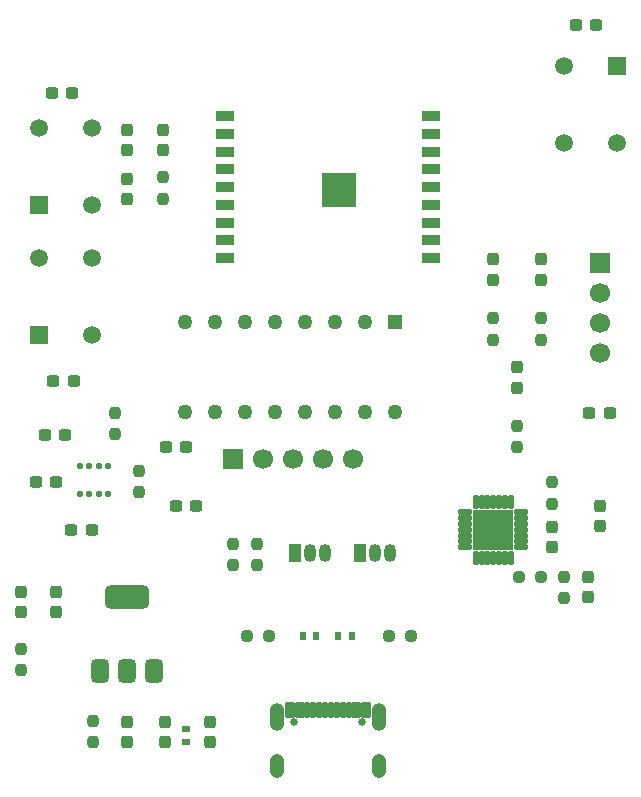
<source format=gbr>
%TF.GenerationSoftware,KiCad,Pcbnew,9.0.2*%
%TF.CreationDate,2026-02-08T22:26:42+01:00*%
%TF.ProjectId,home,686f6d65-2e6b-4696-9361-645f70636258,rev?*%
%TF.SameCoordinates,Original*%
%TF.FileFunction,Soldermask,Top*%
%TF.FilePolarity,Negative*%
%FSLAX46Y46*%
G04 Gerber Fmt 4.6, Leading zero omitted, Abs format (unit mm)*
G04 Created by KiCad (PCBNEW 9.0.2) date 2026-02-08 22:26:42*
%MOMM*%
%LPD*%
G01*
G04 APERTURE LIST*
G04 Aperture macros list*
%AMRoundRect*
0 Rectangle with rounded corners*
0 $1 Rounding radius*
0 $2 $3 $4 $5 $6 $7 $8 $9 X,Y pos of 4 corners*
0 Add a 4 corners polygon primitive as box body*
4,1,4,$2,$3,$4,$5,$6,$7,$8,$9,$2,$3,0*
0 Add four circle primitives for the rounded corners*
1,1,$1+$1,$2,$3*
1,1,$1+$1,$4,$5*
1,1,$1+$1,$6,$7*
1,1,$1+$1,$8,$9*
0 Add four rect primitives between the rounded corners*
20,1,$1+$1,$2,$3,$4,$5,0*
20,1,$1+$1,$4,$5,$6,$7,0*
20,1,$1+$1,$6,$7,$8,$9,0*
20,1,$1+$1,$8,$9,$2,$3,0*%
G04 Aperture macros list end*
%ADD10R,1.700000X1.700000*%
%ADD11C,1.700000*%
%ADD12RoundRect,0.237500X-0.237500X0.300000X-0.237500X-0.300000X0.237500X-0.300000X0.237500X0.300000X0*%
%ADD13R,1.050000X1.500000*%
%ADD14O,1.050000X1.500000*%
%ADD15RoundRect,0.237500X0.250000X0.237500X-0.250000X0.237500X-0.250000X-0.237500X0.250000X-0.237500X0*%
%ADD16RoundRect,0.237500X-0.237500X0.250000X-0.237500X-0.250000X0.237500X-0.250000X0.237500X0.250000X0*%
%ADD17RoundRect,0.237500X0.237500X-0.300000X0.237500X0.300000X-0.237500X0.300000X-0.237500X-0.300000X0*%
%ADD18R,1.270000X1.270000*%
%ADD19C,1.270000*%
%ADD20R,1.498600X1.498600*%
%ADD21C,1.498600*%
%ADD22RoundRect,0.237500X0.237500X-0.250000X0.237500X0.250000X-0.237500X0.250000X-0.237500X-0.250000X0*%
%ADD23RoundRect,0.237500X0.300000X0.237500X-0.300000X0.237500X-0.300000X-0.237500X0.300000X-0.237500X0*%
%ADD24R,0.609600X0.660400*%
%ADD25RoundRect,0.375000X0.375000X-0.625000X0.375000X0.625000X-0.375000X0.625000X-0.375000X-0.625000X0*%
%ADD26RoundRect,0.500000X1.400000X-0.500000X1.400000X0.500000X-1.400000X0.500000X-1.400000X-0.500000X0*%
%ADD27RoundRect,0.237500X0.237500X-0.287500X0.237500X0.287500X-0.237500X0.287500X-0.237500X-0.287500X0*%
%ADD28R,0.660400X0.609600*%
%ADD29RoundRect,0.237500X-0.300000X-0.237500X0.300000X-0.237500X0.300000X0.237500X-0.300000X0.237500X0*%
%ADD30RoundRect,0.125000X-0.125000X-0.137500X0.125000X-0.137500X0.125000X0.137500X-0.125000X0.137500X0*%
%ADD31C,0.650000*%
%ADD32RoundRect,0.100000X-0.300000X-0.575000X0.300000X-0.575000X0.300000X0.575000X-0.300000X0.575000X0*%
%ADD33RoundRect,0.100000X-0.150000X-0.575000X0.150000X-0.575000X0.150000X0.575000X-0.150000X0.575000X0*%
%ADD34O,1.254000X2.354000*%
%ADD35O,1.254000X2.054000*%
%ADD36RoundRect,0.102000X0.135000X-0.495000X0.135000X0.495000X-0.135000X0.495000X-0.135000X-0.495000X0*%
%ADD37RoundRect,0.102000X0.495000X-0.135000X0.495000X0.135000X-0.495000X0.135000X-0.495000X-0.135000X0*%
%ADD38RoundRect,0.102000X1.625000X-1.625000X1.625000X1.625000X-1.625000X1.625000X-1.625000X-1.625000X0*%
%ADD39R,1.500000X0.900000*%
%ADD40C,0.600000*%
%ADD41R,2.900000X2.900000*%
G04 APERTURE END LIST*
D10*
%TO.C,J3*%
X233000000Y-114380000D03*
D11*
X233000000Y-116920000D03*
X233000000Y-119460000D03*
X233000000Y-122000000D03*
%TD*%
D12*
%TO.C,C5*%
X193000000Y-107275000D03*
X193000000Y-109000000D03*
%TD*%
D13*
%TO.C,Q2*%
X212730000Y-139000000D03*
D14*
X214000000Y-139000000D03*
X215270000Y-139000000D03*
%TD*%
D15*
%TO.C,R6*%
X217000000Y-146000000D03*
X215175000Y-146000000D03*
%TD*%
D12*
%TO.C,C4*%
X196000000Y-103137500D03*
X196000000Y-104862500D03*
%TD*%
D16*
%TO.C,R9*%
X226000000Y-128212500D03*
X226000000Y-130037500D03*
%TD*%
D17*
%TO.C,C14*%
X229000000Y-138500000D03*
X229000000Y-136775000D03*
%TD*%
D18*
%TO.C,U3*%
X215700000Y-119380000D03*
D19*
X213160000Y-119380000D03*
X210620000Y-119380000D03*
X208080000Y-119380000D03*
X205540000Y-119380000D03*
X203000000Y-119380000D03*
X200460000Y-119380000D03*
X197920000Y-119380000D03*
X197920000Y-127000000D03*
X200460000Y-127000000D03*
X203000000Y-127000000D03*
X205540000Y-127000000D03*
X208080000Y-127000000D03*
X210620000Y-127000000D03*
X213160000Y-127000000D03*
X215700000Y-127000000D03*
%TD*%
D20*
%TO.C,SW4*%
X185499999Y-109500001D03*
D21*
X185499999Y-103000000D03*
X190000000Y-109500001D03*
X190000000Y-103000000D03*
%TD*%
D22*
%TO.C,R15*%
X184000000Y-148912500D03*
X184000000Y-147087500D03*
%TD*%
D23*
%TO.C,C8*%
X198000000Y-130000000D03*
X196275000Y-130000000D03*
%TD*%
%TO.C,C10*%
X187725000Y-129000000D03*
X186000000Y-129000000D03*
%TD*%
D16*
%TO.C,R3*%
X196000000Y-107175000D03*
X196000000Y-109000000D03*
%TD*%
D12*
%TO.C,C3*%
X193000000Y-103137500D03*
X193000000Y-104862500D03*
%TD*%
D22*
%TO.C,R13*%
X192000000Y-128912500D03*
X192000000Y-127087500D03*
%TD*%
D23*
%TO.C,C7*%
X198862500Y-135000000D03*
X197137500Y-135000000D03*
%TD*%
D24*
%TO.C,CR3*%
X210857000Y-146000000D03*
X212000000Y-146000000D03*
%TD*%
D12*
%TO.C,C16*%
X196159750Y-153275000D03*
X196159750Y-155000000D03*
%TD*%
D13*
%TO.C,Q1*%
X207190000Y-139000000D03*
D14*
X208460000Y-139000000D03*
X209730000Y-139000000D03*
%TD*%
D25*
%TO.C,U5*%
X190700000Y-148997250D03*
X193000000Y-148997250D03*
D26*
X193000000Y-142697250D03*
D25*
X195300000Y-148997250D03*
%TD*%
D27*
%TO.C,D3*%
X223975000Y-115875000D03*
X223975000Y-114125000D03*
%TD*%
D16*
%TO.C,R11*%
X202000000Y-138175000D03*
X202000000Y-140000000D03*
%TD*%
%TO.C,R14*%
X194000000Y-132000000D03*
X194000000Y-133825000D03*
%TD*%
D20*
%TO.C,SW1*%
X234500001Y-97749999D03*
D21*
X234500001Y-104250000D03*
X230000000Y-97749999D03*
X230000000Y-104250000D03*
%TD*%
D16*
%TO.C,R7*%
X229000000Y-133000000D03*
X229000000Y-134825000D03*
%TD*%
D17*
%TO.C,C1*%
X233000000Y-136725000D03*
X233000000Y-135000000D03*
%TD*%
D12*
%TO.C,C17*%
X187000000Y-142275000D03*
X187000000Y-144000000D03*
%TD*%
%TO.C,C2*%
X200000000Y-153275000D03*
X200000000Y-155000000D03*
%TD*%
D16*
%TO.C,R10*%
X224000000Y-119087500D03*
X224000000Y-120912500D03*
%TD*%
D22*
%TO.C,R5*%
X230000000Y-142825000D03*
X230000000Y-141000000D03*
%TD*%
D20*
%TO.C,SW2*%
X185499999Y-120500001D03*
D21*
X185499999Y-114000000D03*
X190000000Y-120500001D03*
X190000000Y-114000000D03*
%TD*%
D23*
%TO.C,C12*%
X232725000Y-94250000D03*
X231000000Y-94250000D03*
%TD*%
D10*
%TO.C,J2*%
X201950000Y-130975000D03*
D11*
X204490000Y-130975000D03*
X207030000Y-130975000D03*
X209570000Y-130975000D03*
X212110000Y-130975000D03*
%TD*%
D27*
%TO.C,D4*%
X193000000Y-155000000D03*
X193000000Y-153250000D03*
%TD*%
D15*
%TO.C,R4*%
X228000000Y-141000000D03*
X226175000Y-141000000D03*
%TD*%
D12*
%TO.C,C6*%
X232000000Y-141000000D03*
X232000000Y-142725000D03*
%TD*%
D28*
%TO.C,CR1*%
X198000000Y-153857000D03*
X198000000Y-155000000D03*
%TD*%
D22*
%TO.C,R16*%
X190140250Y-155002750D03*
X190140250Y-153177750D03*
%TD*%
D29*
%TO.C,C15*%
X186637500Y-100000000D03*
X188362500Y-100000000D03*
%TD*%
D23*
%TO.C,C9*%
X187000000Y-133000000D03*
X185275000Y-133000000D03*
%TD*%
%TO.C,C18*%
X233862500Y-127137500D03*
X232137500Y-127137500D03*
%TD*%
D30*
%TO.C,U4*%
X189000000Y-131625000D03*
X189800000Y-131625000D03*
X190600000Y-131625000D03*
X191400000Y-131625000D03*
X191400000Y-134000000D03*
X190600000Y-134000000D03*
X189800000Y-134000000D03*
X189000000Y-134000000D03*
%TD*%
D29*
%TO.C,C13*%
X186739400Y-124400001D03*
X188464400Y-124400001D03*
%TD*%
D31*
%TO.C,J1*%
X207110000Y-153320000D03*
X212890000Y-153320000D03*
D32*
X206800000Y-152255000D03*
X207600000Y-152255000D03*
D33*
X208750000Y-152255000D03*
X209750000Y-152255000D03*
X210250000Y-152255000D03*
X211250000Y-152255000D03*
D32*
X213200000Y-152255000D03*
X212400000Y-152255000D03*
D33*
X211750000Y-152255000D03*
X210750000Y-152255000D03*
X209250000Y-152255000D03*
X208250000Y-152255000D03*
D34*
X205680000Y-152820000D03*
X214320000Y-152820000D03*
D35*
X205680000Y-157000000D03*
X214320000Y-157000000D03*
%TD*%
D36*
%TO.C,U2*%
X222500000Y-139360000D03*
X223000000Y-139360000D03*
X223500000Y-139360000D03*
X224000000Y-139360000D03*
X224500000Y-139360000D03*
X225000000Y-139360000D03*
X225500000Y-139360000D03*
D37*
X226360000Y-138500000D03*
X226360000Y-138000000D03*
X226360000Y-137500000D03*
X226360000Y-137000000D03*
X226360000Y-136500000D03*
X226360000Y-136000000D03*
X226360000Y-135500000D03*
D36*
X225500000Y-134640000D03*
X225000000Y-134640000D03*
X224500000Y-134640000D03*
X224000000Y-134640000D03*
X223500000Y-134640000D03*
X223000000Y-134640000D03*
X222500000Y-134640000D03*
D37*
X221640000Y-135500000D03*
X221640000Y-136000000D03*
X221640000Y-136500000D03*
X221640000Y-137000000D03*
X221640000Y-137500000D03*
X221640000Y-138000000D03*
X221640000Y-138500000D03*
D38*
X224000000Y-137000000D03*
%TD*%
D16*
%TO.C,R8*%
X228000000Y-119087500D03*
X228000000Y-120912500D03*
%TD*%
D24*
%TO.C,CR2*%
X209000000Y-146000000D03*
X207857000Y-146000000D03*
%TD*%
D15*
%TO.C,R2*%
X205000000Y-146000000D03*
X203175000Y-146000000D03*
%TD*%
D39*
%TO.C,U1*%
X201250000Y-102000000D03*
X201250000Y-103500000D03*
X201250000Y-105000000D03*
X201250000Y-106500000D03*
X201250000Y-108000000D03*
X201250000Y-109500000D03*
X201250000Y-111000000D03*
X201250000Y-112500000D03*
X201250000Y-114000000D03*
X218750000Y-114000000D03*
X218750000Y-112500000D03*
X218750000Y-111000000D03*
X218750000Y-109500000D03*
X218750000Y-108000000D03*
X218750000Y-106500000D03*
X218750000Y-105000000D03*
X218750000Y-103500000D03*
X218750000Y-102000000D03*
D40*
X209860000Y-107650000D03*
X209860000Y-108750000D03*
X210410000Y-107100000D03*
X210410000Y-108200000D03*
X210410000Y-109300000D03*
X210960000Y-107650000D03*
D41*
X210960000Y-108200000D03*
D40*
X210960000Y-108750000D03*
X211510000Y-107100000D03*
X211510000Y-108200000D03*
X211510000Y-109300000D03*
X212060000Y-107650000D03*
X212060000Y-108750000D03*
%TD*%
D16*
%TO.C,R12*%
X204000000Y-138175000D03*
X204000000Y-140000000D03*
%TD*%
D27*
%TO.C,D5*%
X184000000Y-144000000D03*
X184000000Y-142250000D03*
%TD*%
%TO.C,D1*%
X228000000Y-115875000D03*
X228000000Y-114125000D03*
%TD*%
D23*
%TO.C,C11*%
X190000000Y-137000000D03*
X188275000Y-137000000D03*
%TD*%
D27*
%TO.C,D2*%
X226000000Y-125000000D03*
X226000000Y-123250000D03*
%TD*%
M02*

</source>
